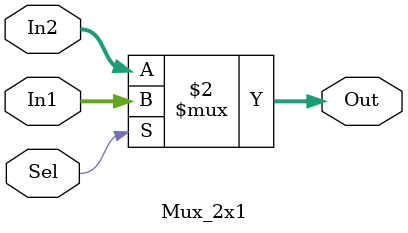
<source format=v>
module Mux_2x1(
    In1,
    In2,
    Sel,
    Out
);

parameter N = 32;

input [N-1:0] In1;
input [N-1:0] In2;
input Sel;
output [N-1:0] Out;

assign Out = (Sel == 1'b1) ? In1 : In2;

endmodule
</source>
